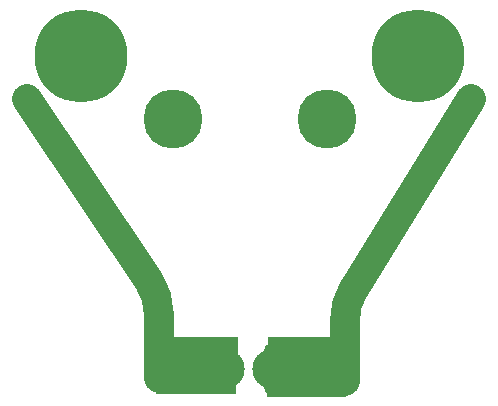
<source format=gbr>
%TF.GenerationSoftware,KiCad,Pcbnew,7.0.9-7.0.9~ubuntu22.04.1*%
%TF.CreationDate,2024-01-02T09:46:04-08:00*%
%TF.ProjectId,kraken-power-adapter,6b72616b-656e-42d7-906f-7765722d6164,1*%
%TF.SameCoordinates,Original*%
%TF.FileFunction,Soldermask,Top*%
%TF.FilePolarity,Negative*%
%FSLAX46Y46*%
G04 Gerber Fmt 4.6, Leading zero omitted, Abs format (unit mm)*
G04 Created by KiCad (PCBNEW 7.0.9-7.0.9~ubuntu22.04.1) date 2024-01-02 09:46:04*
%MOMM*%
%LPD*%
G01*
G04 APERTURE LIST*
%ADD10C,2.540000*%
%ADD11C,0.025400*%
%ADD12C,5.000000*%
%ADD13C,1.016000*%
%ADD14C,7.874000*%
%ADD15O,7.239000X3.302000*%
G04 APERTURE END LIST*
D10*
X87376000Y-108712000D02*
X97688885Y-124064135D01*
X115057967Y-124756862D02*
G75*
G03*
X114300000Y-127426353I4322033J-2669538D01*
G01*
D11*
X107696000Y-131826000D02*
X114300000Y-131826000D01*
X114300000Y-133858000D01*
X107696000Y-133858000D01*
X107696000Y-131826000D01*
G36*
X107696000Y-131826000D02*
G01*
X114300000Y-131826000D01*
X114300000Y-133858000D01*
X107696000Y-133858000D01*
X107696000Y-131826000D01*
G37*
X98514970Y-128854200D02*
X105193029Y-128854200D01*
X105193029Y-130886200D01*
X98514970Y-130886200D01*
X98514970Y-128854200D01*
G36*
X98514970Y-128854200D02*
G01*
X105193029Y-128854200D01*
X105193029Y-130886200D01*
X98514970Y-130886200D01*
X98514970Y-128854200D01*
G37*
X98350941Y-131572000D02*
X105029000Y-131572000D01*
X105029000Y-133604000D01*
X98350941Y-133604000D01*
X98350941Y-131572000D01*
G36*
X98350941Y-131572000D02*
G01*
X105029000Y-131572000D01*
X105029000Y-133604000D01*
X98350941Y-133604000D01*
X98350941Y-131572000D01*
G37*
D10*
X114300000Y-127426353D02*
X114300000Y-132588000D01*
X124968000Y-108712000D02*
X115057946Y-124756849D01*
D11*
X107823000Y-128828800D02*
X114427000Y-128828800D01*
X114427000Y-130860800D01*
X107823000Y-130860800D01*
X107823000Y-128828800D01*
G36*
X107823000Y-128828800D02*
G01*
X114427000Y-128828800D01*
X114427000Y-130860800D01*
X107823000Y-130860800D01*
X107823000Y-128828800D01*
G37*
D10*
X98552000Y-126896852D02*
X98552000Y-132334000D01*
X98552022Y-126896852D02*
G75*
G03*
X97688885Y-124064135I-5079722J52D01*
G01*
D12*
%TO.C,H1*%
X99745800Y-110388400D03*
%TD*%
D13*
%TO.C,J2*%
X89154000Y-105079800D03*
X89987223Y-103068223D03*
X89987223Y-107091377D03*
X91998800Y-102235000D03*
D14*
X91998800Y-105079800D03*
D13*
X91998800Y-107924600D03*
X94010377Y-103068223D03*
X94010377Y-107091377D03*
X94843600Y-105079800D03*
%TD*%
D12*
%TO.C,H2*%
X112750600Y-110363000D03*
%TD*%
D13*
%TO.C,J1*%
X117652800Y-105079800D03*
X118486023Y-103068223D03*
X118486023Y-107091377D03*
X120497600Y-102235000D03*
D14*
X120497600Y-105079800D03*
D13*
X120497600Y-107924600D03*
X122509177Y-103068223D03*
X122509177Y-107091377D03*
X123342400Y-105079800D03*
%TD*%
%TO.C,J3*%
X100172000Y-129972000D03*
X100172000Y-133172000D03*
X101572000Y-129972000D03*
X101572000Y-133172000D03*
D15*
X102235000Y-131572000D03*
D13*
X102972000Y-129972000D03*
X102972000Y-133172000D03*
X104372000Y-129972000D03*
X104372000Y-133172000D03*
X107972000Y-129972000D03*
X107972000Y-133172000D03*
X109372000Y-129972000D03*
X109372000Y-133172000D03*
D15*
X110109000Y-131572000D03*
D13*
X110772000Y-129972000D03*
X110772000Y-133172000D03*
X112172000Y-129972000D03*
X112172000Y-133172000D03*
%TD*%
M02*

</source>
